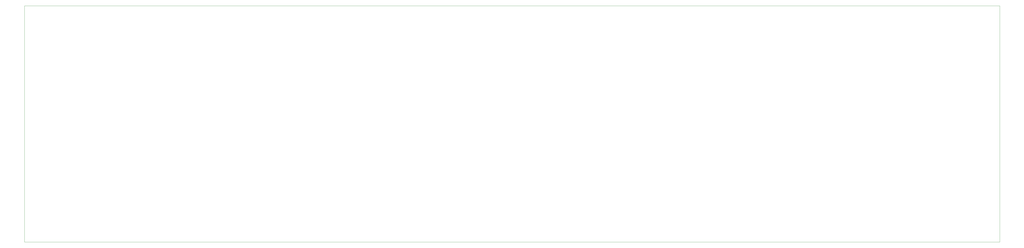
<source format=gbr>
%TF.GenerationSoftware,KiCad,Pcbnew,9.0.0*%
%TF.CreationDate,2025-04-11T18:17:41-05:00*%
%TF.ProjectId,AbbyNormal,41626279-4e6f-4726-9d61-6c2e6b696361,rev?*%
%TF.SameCoordinates,Original*%
%TF.FileFunction,Profile,NP*%
%FSLAX46Y46*%
G04 Gerber Fmt 4.6, Leading zero omitted, Abs format (unit mm)*
G04 Created by KiCad (PCBNEW 9.0.0) date 2025-04-11 18:17:41*
%MOMM*%
%LPD*%
G01*
G04 APERTURE LIST*
%TA.AperFunction,Profile*%
%ADD10C,0.050000*%
%TD*%
G04 APERTURE END LIST*
D10*
X37080000Y-68520000D02*
X448790000Y-68520000D01*
X448790000Y-168490000D01*
X37080000Y-168490000D01*
X37080000Y-68520000D01*
M02*

</source>
